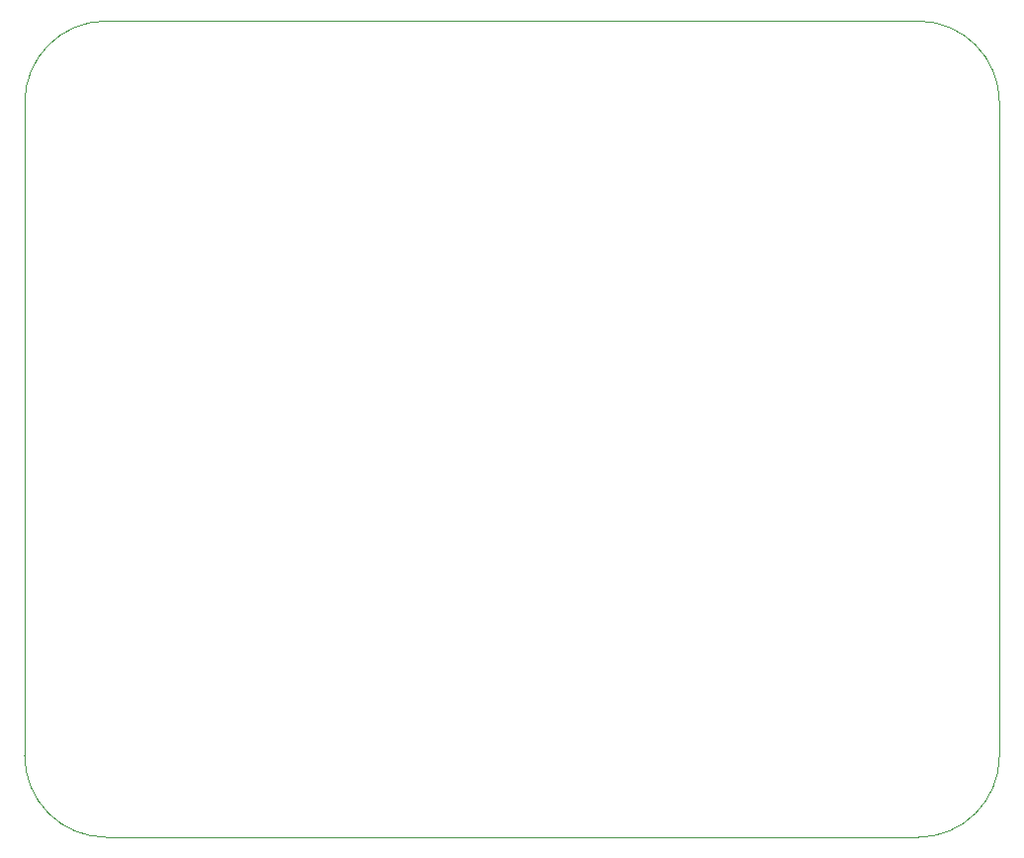
<source format=gbr>
%TF.GenerationSoftware,KiCad,Pcbnew,9.0.2*%
%TF.CreationDate,2025-06-04T20:10:01+07:00*%
%TF.ProjectId,Telemetry V.3 BM13 EVO Hy,54656c65-6d65-4747-9279-20562e332042,rev?*%
%TF.SameCoordinates,Original*%
%TF.FileFunction,Profile,NP*%
%FSLAX46Y46*%
G04 Gerber Fmt 4.6, Leading zero omitted, Abs format (unit mm)*
G04 Created by KiCad (PCBNEW 9.0.2) date 2025-06-04 20:10:01*
%MOMM*%
%LPD*%
G01*
G04 APERTURE LIST*
%TA.AperFunction,Profile*%
%ADD10C,0.050000*%
%TD*%
G04 APERTURE END LIST*
D10*
X133500000Y-52000000D02*
X133500000Y-108000000D01*
X126500000Y-115000000D02*
X57000000Y-115000000D01*
X126500000Y-45000000D02*
G75*
G02*
X133500000Y-52000000I0J-7000000D01*
G01*
X57000000Y-115000000D02*
G75*
G02*
X50000000Y-108000000I0J7000000D01*
G01*
X50000000Y-52000000D02*
G75*
G02*
X57000000Y-45000000I7000000J0D01*
G01*
X57000000Y-45000000D02*
X126500000Y-45000000D01*
X133500000Y-108000000D02*
G75*
G02*
X126500000Y-115000000I-7000000J0D01*
G01*
X50000000Y-52000000D02*
X50000000Y-108000000D01*
M02*

</source>
